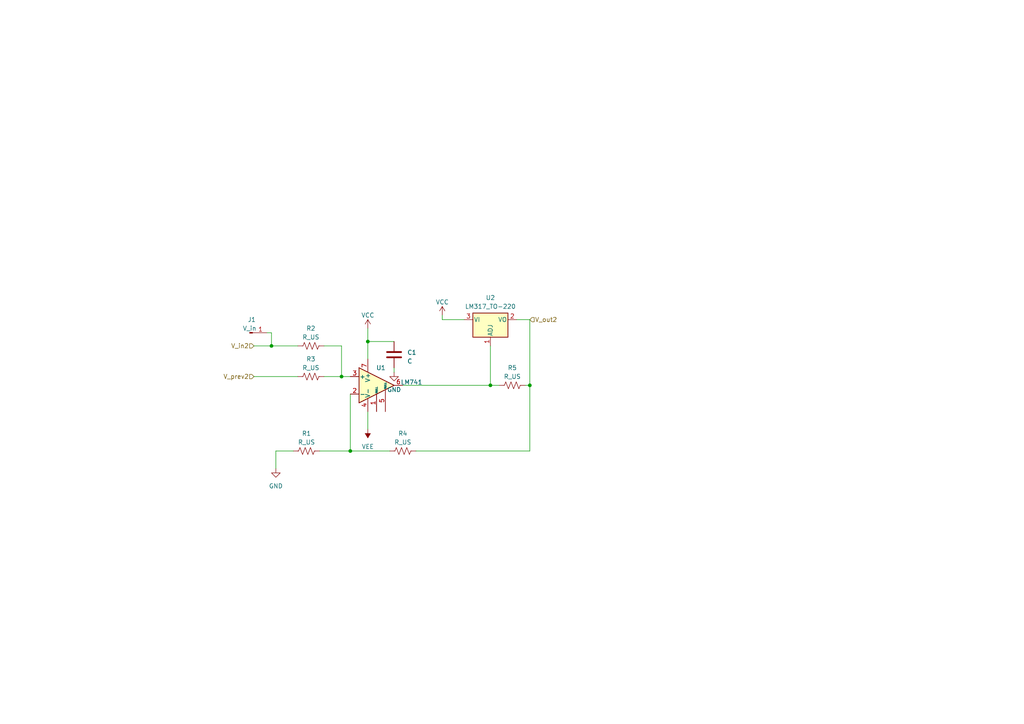
<source format=kicad_sch>
(kicad_sch (version 20230121) (generator eeschema)
  (paper "A4")
  (lib_symbols
    (symbol "Amplifier_Operational:LM741" (pin_names (offset 0.127))
      (property "Reference" "U" (at 0 6.35 0))
      (property "Value" "LM741" (at 0 3.81 0))
      (symbol "LM741_0_1"
        (polyline (pts (xy -5.08 5.08) (xy 5.08 0) (xy -5.08 -5.08) (xy -5.08 5.08)) (stroke (width 0.254)) (fill (type background)))
      )
      (symbol "LM741_1_1"
        (pin input line (at 0 -7.62 90) (length 5.08) (name "NULL") (number "1"))
        (pin input line (at -7.62 -2.54 0) (length 2.54) (name "-") (number "2"))
        (pin input line (at -7.62 2.54 0) (length 2.54) (name "+") (number "3"))
        (pin power_in line (at -2.54 -7.62 90) (length 3.81) (name "V-") (number "4"))
        (pin input line (at 2.54 -7.62 90) (length 6.35) (name "NULL") (number "5"))
        (pin output line (at 7.62 0 180) (length 2.54) (name "~") (number "6"))
        (pin power_in line (at -2.54 7.62 270) (length 3.81) (name "V+") (number "7"))
        (pin no_connect line (at 0 2.54 270) (length 2.54) hide (name "NC") (number "8"))
      )
    )
    (symbol "Connector:Conn_01x01_Pin" (pin_names (offset 1.016) hide)
      (property "Reference" "J" (at 0 2.54 0))
      (property "Value" "Conn_01x01_Pin" (at 0 -2.54 0))
      (symbol "Conn_01x01_Pin_1_1"
        (polyline (pts (xy 1.27 0) (xy 0.8636 0)) (stroke (width 0.1524)))
        (rectangle (start 0.8636 0.127) (end 0 -0.127) (stroke (width 0.1524)) (fill (type outline)))
        (pin passive line (at 5.08 0 180) (length 3.81) (name "Pin_1") (number "1"))
      )
    )
    (symbol "Device:C" (pin_numbers hide) (pin_names (offset 0.254))
      (property "Reference" "C" (at 0.635 2.54 0))
      (property "Value" "C" (at 0.635 -2.54 0))
      (symbol "C_0_1"
        (polyline (pts (xy -2.032 -0.762) (xy 2.032 -0.762)) (stroke (width 0.508)))
        (polyline (pts (xy -2.032 0.762) (xy 2.032 0.762)) (stroke (width 0.508)))
      )
      (symbol "C_1_1"
        (pin passive line (at 0 3.81 270) (length 2.794) (name "~") (number "1"))
        (pin passive line (at 0 -3.81 90) (length 2.794) (name "~") (number "2"))
      )
    )
    (symbol "Device:R_US" (pin_numbers hide) (pin_names (offset 0))
      (property "Reference" "R" (at 2.54 0 90))
      (property "Value" "R_US" (at -2.54 0 90))
      (symbol "R_US_0_1"
        (polyline (pts (xy 0 -2.286) (xy 0 -2.54)))
        (polyline (pts (xy 0 2.286) (xy 0 2.54)))
        (polyline (pts (xy 0 -0.762) (xy 1.016 -1.143) (xy 0 -1.524) (xy -1.016 -1.905) (xy 0 -2.286)))
        (polyline (pts (xy 0 0.762) (xy 1.016 0.381) (xy 0 0) (xy -1.016 -0.381) (xy 0 -0.762)))
        (polyline (pts (xy 0 2.286) (xy 1.016 1.905) (xy 0 1.524) (xy -1.016 1.143) (xy 0 0.762)))
      )
      (symbol "R_US_1_1"
        (pin passive line (at 0 3.81 270) (length 1.27) (name "~") (number "1"))
        (pin passive line (at 0 -3.81 90) (length 1.27) (name "~") (number "2"))
      )
    )
    (symbol "Regulator_Linear:LM317_TO-220" (pin_names (offset 0.254))
      (property "Reference" "U" (at -3.81 3.175 0))
      (property "Value" "LM317_TO-220" (at 0 3.175 0))
      (symbol "LM317_TO-220_0_1"
        (rectangle (start -5.08 1.905) (end 5.08 -5.08) (stroke (width 0.254)) (fill (type background)))
      )
      (symbol "LM317_TO-220_1_1"
        (pin input line (at 0 -7.62 90) (length 2.54) (name "ADJ") (number "1"))
        (pin power_out line (at 7.62 0 180) (length 2.54) (name "VO") (number "2"))
        (pin power_in line (at -7.62 0 0) (length 2.54) (name "VI") (number "3"))
      )
    )
    (symbol "power:GND" (power) (pin_names (offset 0))
      (property "Value" "GND" (at 0 -3.81 0))
      (symbol "GND_0_1"
        (polyline (pts (xy 0 0) (xy 0 -1.27) (xy 1.27 -1.27) (xy 0 -2.54) (xy -1.27 -1.27) (xy 0 -1.27)))
      )
      (symbol "GND_1_1"
        (pin power_in line (at 0 0 270) (length 0) hide (name "GND") (number "1"))
      )
    )
    (symbol "power:VCC" (power) (pin_names (offset 0))
      (property "Value" "VCC" (at 0 3.81 0))
      (symbol "VCC_0_1"
        (polyline (pts (xy -0.762 1.27) (xy 0 2.54)))
        (polyline (pts (xy 0 0) (xy 0 2.54)))
        (polyline (pts (xy 0 2.54) (xy 0.762 1.27)))
      )
      (symbol "VCC_1_1"
        (pin power_in line (at 0 0 90) (length 0) hide (name "VCC") (number "1"))
      )
    )
    (symbol "power:VEE" (power) (pin_names (offset 0))
      (property "Value" "VEE" (at 0 3.81 0))
      (symbol "VEE_0_1"
        (polyline (pts (xy 0 0) (xy 0 2.54)))
        (polyline (pts (xy 0.762 1.27) (xy -0.762 1.27) (xy 0 2.54) (xy 0.762 1.27)) (fill (type outline)))
      )
      (symbol "VEE_1_1"
        (pin power_in line (at 0 0 90) (length 0) hide (name "VEE") (number "1"))
      )
    )
  )
  (junction (at 99.06 109.22))
  (junction (at 78.74 100.33))
  (junction (at 106.68 99.06))
  (junction (at 153.67 111.76))
  (junction (at 142.24 111.76))
  (junction (at 101.6 130.81))
  (wire (pts (xy 80.01 130.81) (xy 80.01 135.89)))
  (wire (pts (xy 99.06 109.22) (xy 101.6 109.22)))
  (wire (pts (xy 93.98 100.33) (xy 99.06 100.33)))
  (wire (pts (xy 106.68 95.25) (xy 106.68 99.06)))
  (wire (pts (xy 101.6 130.81) (xy 113.03 130.81)))
  (wire (pts (xy 142.24 100.33) (xy 142.24 111.76)))
  (wire (pts (xy 134.62 92.71) (xy 128.27 92.71)))
  (wire (pts (xy 99.06 100.33) (xy 99.06 109.22)))
  (wire (pts (xy 101.6 130.81) (xy 101.6 114.3)))
  (wire (pts (xy 116.84 111.76) (xy 142.24 111.76)))
  (wire (pts (xy 92.71 130.81) (xy 101.6 130.81)))
  (wire (pts (xy 153.67 130.81) (xy 153.67 111.76)))
  (wire (pts (xy 120.65 130.81) (xy 153.67 130.81)))
  (wire (pts (xy 106.68 99.06) (xy 114.3 99.06)))
  (wire (pts (xy 78.74 100.33) (xy 86.36 100.33)))
  (wire (pts (xy 73.66 100.33) (xy 78.74 100.33)))
  (wire (pts (xy 153.67 111.76) (xy 153.67 92.71)))
  (wire (pts (xy 106.68 99.06) (xy 106.68 104.14)))
  (wire (pts (xy 93.98 109.22) (xy 99.06 109.22)))
  (wire (pts (xy 106.68 119.38) (xy 106.68 124.46)))
  (wire (pts (xy 114.3 106.68) (xy 114.3 107.95)))
  (wire (pts (xy 153.67 92.71) (xy 149.86 92.71)))
  (wire (pts (xy 144.78 111.76) (xy 142.24 111.76)))
  (wire (pts (xy 152.4 111.76) (xy 153.67 111.76)))
  (wire (pts (xy 128.27 92.71) (xy 128.27 91.44)))
  (wire (pts (xy 78.74 96.52) (xy 78.74 100.33)))
  (wire (pts (xy 77.47 96.52) (xy 78.74 96.52)))
  (wire (pts (xy 85.09 130.81) (xy 80.01 130.81)))
  (wire (pts (xy 73.66 109.22) (xy 86.36 109.22)))
  (hierarchical_label "V_in2" (shape input) (at 73.66 100.33 180))
  (hierarchical_label "V_prev2" (shape input) (at 73.66 109.22 180))
  (hierarchical_label "V_out2" (shape input) (at 153.67 92.71 0))
  (symbol (lib_id "power:VEE") (at 106.68 124.46 180) (unit 1)
    (property "Reference" "#PWR03" (effects hide))
    (property "Value" "VEE" (at 106.68 129.54 0))
    (instances (project "battery emulator design 0.1" (path "" (reference "#PWR03") (unit 1)) (path "" (reference "#PWR07") (unit 1))))
  )
  (symbol (lib_id "Regulator_Linear:LM317_TO-220") (at 142.24 92.71 0) (unit 1)
    (property "Reference" "U2" (at 142.24 86.36 0))
    (property "Value" "LM317_TO-220" (at 142.24 88.9 0))
    (property "Footprint" "Package_TO_SOT_THT:TO-220-3_Vertical" (effects hide))
    (property "Datasheet" "http://www.ti.com/lit/ds/symlink/lm317.pdf" (effects hide))
    (instances (project "battery emulator design 0.1" (path "" (reference "U2") (unit 1)) (path "" (reference "U4") (unit 1))))
  )
  (symbol (lib_id "power:VCC") (at 106.68 95.25 0) (unit 1)
    (property "Reference" "#PWR02" (effects hide))
    (property "Value" "VCC" (at 106.68 91.44 0))
    (instances (project "battery emulator design 0.1" (path "" (reference "#PWR02") (unit 1)) (path "" (reference "#PWR06") (unit 1))))
  )
  (symbol (lib_id "Device:R_US") (at 90.17 100.33 90) (unit 1)
    (property "Reference" "R2" (at 90.17 95.25 90))
    (property "Value" "R_US" (at 90.17 97.79 90))
    (instances (project "battery emulator design 0.1" (path "" (reference "R2") (unit 1)) (path "" (reference "R7") (unit 1))))
  )
  (symbol (lib_id "power:VCC") (at 128.27 91.44 0) (unit 1)
    (property "Reference" "#PWR02" (effects hide))
    (property "Value" "VCC" (at 128.27 87.63 0))
    (instances (project "battery emulator design 0.1" (path "" (reference "#PWR02") (unit 1)) (path "" (reference "#PWR010") (unit 1))))
  )
  (symbol (lib_id "Device:C") (at 114.3 102.87 0) (unit 1)
    (property "Reference" "C1" (at 118.11 102.235 0) (effects (justify left)))
    (property "Value" "C" (at 118.11 104.775 0) (effects (justify left)))
    (instances (project "battery emulator design 0.1" (path "" (reference "C1") (unit 1)) (path "" (reference "C2") (unit 1))))
  )
  (symbol (lib_id "power:GND") (at 114.3 107.95 0) (unit 1)
    (property "Reference" "#PWR04" (effects hide))
    (property "Value" "GND" (at 114.3 113.03 0))
    (instances (project "battery emulator design 0.1" (path "" (reference "#PWR04") (unit 1)) (path "" (reference "#PWR08") (unit 1))))
  )
  (symbol (lib_id "Connector:Conn_01x01_Pin") (at 72.39 96.52 0) (unit 1)
    (property "Reference" "J1" (at 73.025 92.71 0))
    (property "Value" "V_in" (at 72.39 95.25 0))
    (instances (project "battery emulator design 0.1" (path "" (reference "J1") (unit 1)) (path "" (reference "J2") (unit 1))))
  )
  (symbol (lib_id "Amplifier_Operational:LM741") (at 109.22 111.76 0) (unit 1)
    (property "Reference" "U1" (at 110.49 106.68 0))
    (property "Value" "LM741" (at 119.38 110.8711 0))
    (property "Datasheet" "http://www.ti.com/lit/ds/symlink/lm741.pdf" (effects hide))
    (instances (project "battery emulator design 0.1" (path "" (reference "U1") (unit 1)) (path "" (reference "U3") (unit 1))))
  )
  (symbol (lib_id "power:GND") (at 80.01 135.89 0) (unit 1)
    (property "Reference" "#PWR01" (effects hide))
    (property "Value" "GND" (at 80.01 140.97 0))
    (instances (project "battery emulator design 0.1" (path "" (reference "#PWR01") (unit 1)) (path "" (reference "#PWR05") (unit 1))))
  )
  (symbol (lib_id "Device:R_US") (at 148.59 111.76 270) (unit 1)
    (property "Reference" "R5" (at 148.59 106.68 90))
    (property "Value" "R_US" (at 148.59 109.22 90))
    (instances (project "battery emulator design 0.1" (path "" (reference "R5") (unit 1)) (path "" (reference "R10") (unit 1))))
  )
  (symbol (lib_id "Device:R_US") (at 90.17 109.22 90) (unit 1)
    (property "Reference" "R3" (at 90.17 104.14 90))
    (property "Value" "R_US" (at 90.17 106.68 90))
    (instances (project "battery emulator design 0.1" (path "" (reference "R3") (unit 1)) (path "" (reference "R8") (unit 1))))
  )
  (symbol (lib_id "Device:R_US") (at 88.9 130.81 90) (unit 1)
    (property "Reference" "R1" (at 88.9 125.73 90))
    (property "Value" "R_US" (at 88.9 128.27 90))
    (instances (project "battery emulator design 0.1" (path "" (reference "R1") (unit 1)) (path "" (reference "R6") (unit 1))))
  )
  (symbol (lib_id "Device:R_US") (at 116.84 130.81 90) (unit 1)
    (property "Reference" "R4" (at 116.84 125.73 90))
    (property "Value" "R_US" (at 116.84 128.27 90))
    (instances (project "battery emulator design 0.1" (path "" (reference "R4") (unit 1)) (path "" (reference "R9") (unit 1))))
  )
)
</source>
